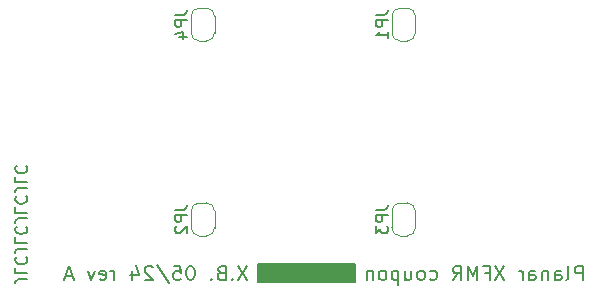
<source format=gbr>
%TF.GenerationSoftware,KiCad,Pcbnew,8.0.0*%
%TF.CreationDate,2024-05-13T09:11:22+02:00*%
%TF.ProjectId,Planar_XFMR,506c616e-6172-45f5-9846-4d522e6b6963,A*%
%TF.SameCoordinates,Original*%
%TF.FileFunction,Legend,Bot*%
%TF.FilePolarity,Positive*%
%FSLAX46Y46*%
G04 Gerber Fmt 4.6, Leading zero omitted, Abs format (unit mm)*
G04 Created by KiCad (PCBNEW 8.0.0) date 2024-05-13 09:11:22*
%MOMM*%
%LPD*%
G01*
G04 APERTURE LIST*
%ADD10C,0.150000*%
%ADD11C,0.200000*%
%ADD12C,0.120000*%
G04 APERTURE END LIST*
D10*
X128200000Y-76800000D02*
X136400000Y-76800000D01*
X136400000Y-78300000D01*
X128200000Y-78300000D01*
X128200000Y-76800000D01*
G36*
X128200000Y-76800000D02*
G01*
X136400000Y-76800000D01*
X136400000Y-78300000D01*
X128200000Y-78300000D01*
X128200000Y-76800000D01*
G37*
D11*
X108632780Y-78044612D02*
X107918495Y-78044612D01*
X107918495Y-78044612D02*
X107775638Y-78092231D01*
X107775638Y-78092231D02*
X107680400Y-78187469D01*
X107680400Y-78187469D02*
X107632780Y-78330326D01*
X107632780Y-78330326D02*
X107632780Y-78425564D01*
X107632780Y-77092231D02*
X107632780Y-77568421D01*
X107632780Y-77568421D02*
X108632780Y-77568421D01*
X107728019Y-76187469D02*
X107680400Y-76235088D01*
X107680400Y-76235088D02*
X107632780Y-76377945D01*
X107632780Y-76377945D02*
X107632780Y-76473183D01*
X107632780Y-76473183D02*
X107680400Y-76616040D01*
X107680400Y-76616040D02*
X107775638Y-76711278D01*
X107775638Y-76711278D02*
X107870876Y-76758897D01*
X107870876Y-76758897D02*
X108061352Y-76806516D01*
X108061352Y-76806516D02*
X108204209Y-76806516D01*
X108204209Y-76806516D02*
X108394685Y-76758897D01*
X108394685Y-76758897D02*
X108489923Y-76711278D01*
X108489923Y-76711278D02*
X108585161Y-76616040D01*
X108585161Y-76616040D02*
X108632780Y-76473183D01*
X108632780Y-76473183D02*
X108632780Y-76377945D01*
X108632780Y-76377945D02*
X108585161Y-76235088D01*
X108585161Y-76235088D02*
X108537542Y-76187469D01*
X108632780Y-75473183D02*
X107918495Y-75473183D01*
X107918495Y-75473183D02*
X107775638Y-75520802D01*
X107775638Y-75520802D02*
X107680400Y-75616040D01*
X107680400Y-75616040D02*
X107632780Y-75758897D01*
X107632780Y-75758897D02*
X107632780Y-75854135D01*
X107632780Y-74520802D02*
X107632780Y-74996992D01*
X107632780Y-74996992D02*
X108632780Y-74996992D01*
X107728019Y-73616040D02*
X107680400Y-73663659D01*
X107680400Y-73663659D02*
X107632780Y-73806516D01*
X107632780Y-73806516D02*
X107632780Y-73901754D01*
X107632780Y-73901754D02*
X107680400Y-74044611D01*
X107680400Y-74044611D02*
X107775638Y-74139849D01*
X107775638Y-74139849D02*
X107870876Y-74187468D01*
X107870876Y-74187468D02*
X108061352Y-74235087D01*
X108061352Y-74235087D02*
X108204209Y-74235087D01*
X108204209Y-74235087D02*
X108394685Y-74187468D01*
X108394685Y-74187468D02*
X108489923Y-74139849D01*
X108489923Y-74139849D02*
X108585161Y-74044611D01*
X108585161Y-74044611D02*
X108632780Y-73901754D01*
X108632780Y-73901754D02*
X108632780Y-73806516D01*
X108632780Y-73806516D02*
X108585161Y-73663659D01*
X108585161Y-73663659D02*
X108537542Y-73616040D01*
X108632780Y-72901754D02*
X107918495Y-72901754D01*
X107918495Y-72901754D02*
X107775638Y-72949373D01*
X107775638Y-72949373D02*
X107680400Y-73044611D01*
X107680400Y-73044611D02*
X107632780Y-73187468D01*
X107632780Y-73187468D02*
X107632780Y-73282706D01*
X107632780Y-71949373D02*
X107632780Y-72425563D01*
X107632780Y-72425563D02*
X108632780Y-72425563D01*
X107728019Y-71044611D02*
X107680400Y-71092230D01*
X107680400Y-71092230D02*
X107632780Y-71235087D01*
X107632780Y-71235087D02*
X107632780Y-71330325D01*
X107632780Y-71330325D02*
X107680400Y-71473182D01*
X107680400Y-71473182D02*
X107775638Y-71568420D01*
X107775638Y-71568420D02*
X107870876Y-71616039D01*
X107870876Y-71616039D02*
X108061352Y-71663658D01*
X108061352Y-71663658D02*
X108204209Y-71663658D01*
X108204209Y-71663658D02*
X108394685Y-71616039D01*
X108394685Y-71616039D02*
X108489923Y-71568420D01*
X108489923Y-71568420D02*
X108585161Y-71473182D01*
X108585161Y-71473182D02*
X108632780Y-71330325D01*
X108632780Y-71330325D02*
X108632780Y-71235087D01*
X108632780Y-71235087D02*
X108585161Y-71092230D01*
X108585161Y-71092230D02*
X108537542Y-71044611D01*
X108632780Y-70330325D02*
X107918495Y-70330325D01*
X107918495Y-70330325D02*
X107775638Y-70377944D01*
X107775638Y-70377944D02*
X107680400Y-70473182D01*
X107680400Y-70473182D02*
X107632780Y-70616039D01*
X107632780Y-70616039D02*
X107632780Y-70711277D01*
X107632780Y-69377944D02*
X107632780Y-69854134D01*
X107632780Y-69854134D02*
X108632780Y-69854134D01*
X107728019Y-68473182D02*
X107680400Y-68520801D01*
X107680400Y-68520801D02*
X107632780Y-68663658D01*
X107632780Y-68663658D02*
X107632780Y-68758896D01*
X107632780Y-68758896D02*
X107680400Y-68901753D01*
X107680400Y-68901753D02*
X107775638Y-68996991D01*
X107775638Y-68996991D02*
X107870876Y-69044610D01*
X107870876Y-69044610D02*
X108061352Y-69092229D01*
X108061352Y-69092229D02*
X108204209Y-69092229D01*
X108204209Y-69092229D02*
X108394685Y-69044610D01*
X108394685Y-69044610D02*
X108489923Y-68996991D01*
X108489923Y-68996991D02*
X108585161Y-68901753D01*
X108585161Y-68901753D02*
X108632780Y-68758896D01*
X108632780Y-68758896D02*
X108632780Y-68663658D01*
X108632780Y-68663658D02*
X108585161Y-68520801D01*
X108585161Y-68520801D02*
X108537542Y-68473182D01*
X155657142Y-78142742D02*
X155657142Y-76942742D01*
X155657142Y-76942742D02*
X155199999Y-76942742D01*
X155199999Y-76942742D02*
X155085714Y-76999885D01*
X155085714Y-76999885D02*
X155028571Y-77057028D01*
X155028571Y-77057028D02*
X154971428Y-77171314D01*
X154971428Y-77171314D02*
X154971428Y-77342742D01*
X154971428Y-77342742D02*
X155028571Y-77457028D01*
X155028571Y-77457028D02*
X155085714Y-77514171D01*
X155085714Y-77514171D02*
X155199999Y-77571314D01*
X155199999Y-77571314D02*
X155657142Y-77571314D01*
X154285714Y-78142742D02*
X154399999Y-78085600D01*
X154399999Y-78085600D02*
X154457142Y-77971314D01*
X154457142Y-77971314D02*
X154457142Y-76942742D01*
X153314286Y-78142742D02*
X153314286Y-77514171D01*
X153314286Y-77514171D02*
X153371428Y-77399885D01*
X153371428Y-77399885D02*
X153485714Y-77342742D01*
X153485714Y-77342742D02*
X153714286Y-77342742D01*
X153714286Y-77342742D02*
X153828571Y-77399885D01*
X153314286Y-78085600D02*
X153428571Y-78142742D01*
X153428571Y-78142742D02*
X153714286Y-78142742D01*
X153714286Y-78142742D02*
X153828571Y-78085600D01*
X153828571Y-78085600D02*
X153885714Y-77971314D01*
X153885714Y-77971314D02*
X153885714Y-77857028D01*
X153885714Y-77857028D02*
X153828571Y-77742742D01*
X153828571Y-77742742D02*
X153714286Y-77685600D01*
X153714286Y-77685600D02*
X153428571Y-77685600D01*
X153428571Y-77685600D02*
X153314286Y-77628457D01*
X152742857Y-77342742D02*
X152742857Y-78142742D01*
X152742857Y-77457028D02*
X152685714Y-77399885D01*
X152685714Y-77399885D02*
X152571429Y-77342742D01*
X152571429Y-77342742D02*
X152400000Y-77342742D01*
X152400000Y-77342742D02*
X152285714Y-77399885D01*
X152285714Y-77399885D02*
X152228572Y-77514171D01*
X152228572Y-77514171D02*
X152228572Y-78142742D01*
X151142858Y-78142742D02*
X151142858Y-77514171D01*
X151142858Y-77514171D02*
X151200000Y-77399885D01*
X151200000Y-77399885D02*
X151314286Y-77342742D01*
X151314286Y-77342742D02*
X151542858Y-77342742D01*
X151542858Y-77342742D02*
X151657143Y-77399885D01*
X151142858Y-78085600D02*
X151257143Y-78142742D01*
X151257143Y-78142742D02*
X151542858Y-78142742D01*
X151542858Y-78142742D02*
X151657143Y-78085600D01*
X151657143Y-78085600D02*
X151714286Y-77971314D01*
X151714286Y-77971314D02*
X151714286Y-77857028D01*
X151714286Y-77857028D02*
X151657143Y-77742742D01*
X151657143Y-77742742D02*
X151542858Y-77685600D01*
X151542858Y-77685600D02*
X151257143Y-77685600D01*
X151257143Y-77685600D02*
X151142858Y-77628457D01*
X150571429Y-78142742D02*
X150571429Y-77342742D01*
X150571429Y-77571314D02*
X150514286Y-77457028D01*
X150514286Y-77457028D02*
X150457144Y-77399885D01*
X150457144Y-77399885D02*
X150342858Y-77342742D01*
X150342858Y-77342742D02*
X150228572Y-77342742D01*
X149028572Y-76942742D02*
X148228572Y-78142742D01*
X148228572Y-76942742D02*
X149028572Y-78142742D01*
X147371429Y-77514171D02*
X147771429Y-77514171D01*
X147771429Y-78142742D02*
X147771429Y-76942742D01*
X147771429Y-76942742D02*
X147200001Y-76942742D01*
X146742858Y-78142742D02*
X146742858Y-76942742D01*
X146742858Y-76942742D02*
X146342858Y-77799885D01*
X146342858Y-77799885D02*
X145942858Y-76942742D01*
X145942858Y-76942742D02*
X145942858Y-78142742D01*
X144685715Y-78142742D02*
X145085715Y-77571314D01*
X145371429Y-78142742D02*
X145371429Y-76942742D01*
X145371429Y-76942742D02*
X144914286Y-76942742D01*
X144914286Y-76942742D02*
X144800001Y-76999885D01*
X144800001Y-76999885D02*
X144742858Y-77057028D01*
X144742858Y-77057028D02*
X144685715Y-77171314D01*
X144685715Y-77171314D02*
X144685715Y-77342742D01*
X144685715Y-77342742D02*
X144742858Y-77457028D01*
X144742858Y-77457028D02*
X144800001Y-77514171D01*
X144800001Y-77514171D02*
X144914286Y-77571314D01*
X144914286Y-77571314D02*
X145371429Y-77571314D01*
X142742858Y-78085600D02*
X142857143Y-78142742D01*
X142857143Y-78142742D02*
X143085715Y-78142742D01*
X143085715Y-78142742D02*
X143200000Y-78085600D01*
X143200000Y-78085600D02*
X143257143Y-78028457D01*
X143257143Y-78028457D02*
X143314286Y-77914171D01*
X143314286Y-77914171D02*
X143314286Y-77571314D01*
X143314286Y-77571314D02*
X143257143Y-77457028D01*
X143257143Y-77457028D02*
X143200000Y-77399885D01*
X143200000Y-77399885D02*
X143085715Y-77342742D01*
X143085715Y-77342742D02*
X142857143Y-77342742D01*
X142857143Y-77342742D02*
X142742858Y-77399885D01*
X142057144Y-78142742D02*
X142171429Y-78085600D01*
X142171429Y-78085600D02*
X142228572Y-78028457D01*
X142228572Y-78028457D02*
X142285715Y-77914171D01*
X142285715Y-77914171D02*
X142285715Y-77571314D01*
X142285715Y-77571314D02*
X142228572Y-77457028D01*
X142228572Y-77457028D02*
X142171429Y-77399885D01*
X142171429Y-77399885D02*
X142057144Y-77342742D01*
X142057144Y-77342742D02*
X141885715Y-77342742D01*
X141885715Y-77342742D02*
X141771429Y-77399885D01*
X141771429Y-77399885D02*
X141714287Y-77457028D01*
X141714287Y-77457028D02*
X141657144Y-77571314D01*
X141657144Y-77571314D02*
X141657144Y-77914171D01*
X141657144Y-77914171D02*
X141714287Y-78028457D01*
X141714287Y-78028457D02*
X141771429Y-78085600D01*
X141771429Y-78085600D02*
X141885715Y-78142742D01*
X141885715Y-78142742D02*
X142057144Y-78142742D01*
X140628573Y-77342742D02*
X140628573Y-78142742D01*
X141142858Y-77342742D02*
X141142858Y-77971314D01*
X141142858Y-77971314D02*
X141085715Y-78085600D01*
X141085715Y-78085600D02*
X140971430Y-78142742D01*
X140971430Y-78142742D02*
X140800001Y-78142742D01*
X140800001Y-78142742D02*
X140685715Y-78085600D01*
X140685715Y-78085600D02*
X140628573Y-78028457D01*
X140057144Y-77342742D02*
X140057144Y-78542742D01*
X140057144Y-77399885D02*
X139942859Y-77342742D01*
X139942859Y-77342742D02*
X139714287Y-77342742D01*
X139714287Y-77342742D02*
X139600001Y-77399885D01*
X139600001Y-77399885D02*
X139542859Y-77457028D01*
X139542859Y-77457028D02*
X139485716Y-77571314D01*
X139485716Y-77571314D02*
X139485716Y-77914171D01*
X139485716Y-77914171D02*
X139542859Y-78028457D01*
X139542859Y-78028457D02*
X139600001Y-78085600D01*
X139600001Y-78085600D02*
X139714287Y-78142742D01*
X139714287Y-78142742D02*
X139942859Y-78142742D01*
X139942859Y-78142742D02*
X140057144Y-78085600D01*
X138800002Y-78142742D02*
X138914287Y-78085600D01*
X138914287Y-78085600D02*
X138971430Y-78028457D01*
X138971430Y-78028457D02*
X139028573Y-77914171D01*
X139028573Y-77914171D02*
X139028573Y-77571314D01*
X139028573Y-77571314D02*
X138971430Y-77457028D01*
X138971430Y-77457028D02*
X138914287Y-77399885D01*
X138914287Y-77399885D02*
X138800002Y-77342742D01*
X138800002Y-77342742D02*
X138628573Y-77342742D01*
X138628573Y-77342742D02*
X138514287Y-77399885D01*
X138514287Y-77399885D02*
X138457145Y-77457028D01*
X138457145Y-77457028D02*
X138400002Y-77571314D01*
X138400002Y-77571314D02*
X138400002Y-77914171D01*
X138400002Y-77914171D02*
X138457145Y-78028457D01*
X138457145Y-78028457D02*
X138514287Y-78085600D01*
X138514287Y-78085600D02*
X138628573Y-78142742D01*
X138628573Y-78142742D02*
X138800002Y-78142742D01*
X137885716Y-77342742D02*
X137885716Y-78142742D01*
X137885716Y-77457028D02*
X137828573Y-77399885D01*
X137828573Y-77399885D02*
X137714288Y-77342742D01*
X137714288Y-77342742D02*
X137542859Y-77342742D01*
X137542859Y-77342742D02*
X137428573Y-77399885D01*
X137428573Y-77399885D02*
X137371431Y-77514171D01*
X137371431Y-77514171D02*
X137371431Y-78142742D01*
X127257143Y-76942742D02*
X126457143Y-78142742D01*
X126457143Y-76942742D02*
X127257143Y-78142742D01*
X126000000Y-78028457D02*
X125942857Y-78085600D01*
X125942857Y-78085600D02*
X126000000Y-78142742D01*
X126000000Y-78142742D02*
X126057143Y-78085600D01*
X126057143Y-78085600D02*
X126000000Y-78028457D01*
X126000000Y-78028457D02*
X126000000Y-78142742D01*
X125028571Y-77514171D02*
X124857143Y-77571314D01*
X124857143Y-77571314D02*
X124800000Y-77628457D01*
X124800000Y-77628457D02*
X124742857Y-77742742D01*
X124742857Y-77742742D02*
X124742857Y-77914171D01*
X124742857Y-77914171D02*
X124800000Y-78028457D01*
X124800000Y-78028457D02*
X124857143Y-78085600D01*
X124857143Y-78085600D02*
X124971428Y-78142742D01*
X124971428Y-78142742D02*
X125428571Y-78142742D01*
X125428571Y-78142742D02*
X125428571Y-76942742D01*
X125428571Y-76942742D02*
X125028571Y-76942742D01*
X125028571Y-76942742D02*
X124914286Y-76999885D01*
X124914286Y-76999885D02*
X124857143Y-77057028D01*
X124857143Y-77057028D02*
X124800000Y-77171314D01*
X124800000Y-77171314D02*
X124800000Y-77285600D01*
X124800000Y-77285600D02*
X124857143Y-77399885D01*
X124857143Y-77399885D02*
X124914286Y-77457028D01*
X124914286Y-77457028D02*
X125028571Y-77514171D01*
X125028571Y-77514171D02*
X125428571Y-77514171D01*
X124228571Y-78028457D02*
X124171428Y-78085600D01*
X124171428Y-78085600D02*
X124228571Y-78142742D01*
X124228571Y-78142742D02*
X124285714Y-78085600D01*
X124285714Y-78085600D02*
X124228571Y-78028457D01*
X124228571Y-78028457D02*
X124228571Y-78142742D01*
X122514285Y-76942742D02*
X122399999Y-76942742D01*
X122399999Y-76942742D02*
X122285713Y-76999885D01*
X122285713Y-76999885D02*
X122228571Y-77057028D01*
X122228571Y-77057028D02*
X122171428Y-77171314D01*
X122171428Y-77171314D02*
X122114285Y-77399885D01*
X122114285Y-77399885D02*
X122114285Y-77685600D01*
X122114285Y-77685600D02*
X122171428Y-77914171D01*
X122171428Y-77914171D02*
X122228571Y-78028457D01*
X122228571Y-78028457D02*
X122285713Y-78085600D01*
X122285713Y-78085600D02*
X122399999Y-78142742D01*
X122399999Y-78142742D02*
X122514285Y-78142742D01*
X122514285Y-78142742D02*
X122628571Y-78085600D01*
X122628571Y-78085600D02*
X122685713Y-78028457D01*
X122685713Y-78028457D02*
X122742856Y-77914171D01*
X122742856Y-77914171D02*
X122799999Y-77685600D01*
X122799999Y-77685600D02*
X122799999Y-77399885D01*
X122799999Y-77399885D02*
X122742856Y-77171314D01*
X122742856Y-77171314D02*
X122685713Y-77057028D01*
X122685713Y-77057028D02*
X122628571Y-76999885D01*
X122628571Y-76999885D02*
X122514285Y-76942742D01*
X121028571Y-76942742D02*
X121599999Y-76942742D01*
X121599999Y-76942742D02*
X121657142Y-77514171D01*
X121657142Y-77514171D02*
X121599999Y-77457028D01*
X121599999Y-77457028D02*
X121485714Y-77399885D01*
X121485714Y-77399885D02*
X121199999Y-77399885D01*
X121199999Y-77399885D02*
X121085714Y-77457028D01*
X121085714Y-77457028D02*
X121028571Y-77514171D01*
X121028571Y-77514171D02*
X120971428Y-77628457D01*
X120971428Y-77628457D02*
X120971428Y-77914171D01*
X120971428Y-77914171D02*
X121028571Y-78028457D01*
X121028571Y-78028457D02*
X121085714Y-78085600D01*
X121085714Y-78085600D02*
X121199999Y-78142742D01*
X121199999Y-78142742D02*
X121485714Y-78142742D01*
X121485714Y-78142742D02*
X121599999Y-78085600D01*
X121599999Y-78085600D02*
X121657142Y-78028457D01*
X119599999Y-76885600D02*
X120628571Y-78428457D01*
X119257142Y-77057028D02*
X119199999Y-76999885D01*
X119199999Y-76999885D02*
X119085714Y-76942742D01*
X119085714Y-76942742D02*
X118799999Y-76942742D01*
X118799999Y-76942742D02*
X118685714Y-76999885D01*
X118685714Y-76999885D02*
X118628571Y-77057028D01*
X118628571Y-77057028D02*
X118571428Y-77171314D01*
X118571428Y-77171314D02*
X118571428Y-77285600D01*
X118571428Y-77285600D02*
X118628571Y-77457028D01*
X118628571Y-77457028D02*
X119314285Y-78142742D01*
X119314285Y-78142742D02*
X118571428Y-78142742D01*
X117542857Y-77342742D02*
X117542857Y-78142742D01*
X117828571Y-76885600D02*
X118114285Y-77742742D01*
X118114285Y-77742742D02*
X117371428Y-77742742D01*
X115999999Y-78142742D02*
X115999999Y-77342742D01*
X115999999Y-77571314D02*
X115942856Y-77457028D01*
X115942856Y-77457028D02*
X115885714Y-77399885D01*
X115885714Y-77399885D02*
X115771428Y-77342742D01*
X115771428Y-77342742D02*
X115657142Y-77342742D01*
X114799999Y-78085600D02*
X114914285Y-78142742D01*
X114914285Y-78142742D02*
X115142857Y-78142742D01*
X115142857Y-78142742D02*
X115257142Y-78085600D01*
X115257142Y-78085600D02*
X115314285Y-77971314D01*
X115314285Y-77971314D02*
X115314285Y-77514171D01*
X115314285Y-77514171D02*
X115257142Y-77399885D01*
X115257142Y-77399885D02*
X115142857Y-77342742D01*
X115142857Y-77342742D02*
X114914285Y-77342742D01*
X114914285Y-77342742D02*
X114799999Y-77399885D01*
X114799999Y-77399885D02*
X114742857Y-77514171D01*
X114742857Y-77514171D02*
X114742857Y-77628457D01*
X114742857Y-77628457D02*
X115314285Y-77742742D01*
X114342857Y-77342742D02*
X114057143Y-78142742D01*
X114057143Y-78142742D02*
X113771428Y-77342742D01*
X112457142Y-77799885D02*
X111885714Y-77799885D01*
X112571428Y-78142742D02*
X112171428Y-76942742D01*
X112171428Y-76942742D02*
X111771428Y-78142742D01*
D10*
X121154819Y-55666666D02*
X121869104Y-55666666D01*
X121869104Y-55666666D02*
X122011961Y-55619047D01*
X122011961Y-55619047D02*
X122107200Y-55523809D01*
X122107200Y-55523809D02*
X122154819Y-55380952D01*
X122154819Y-55380952D02*
X122154819Y-55285714D01*
X122154819Y-56142857D02*
X121154819Y-56142857D01*
X121154819Y-56142857D02*
X121154819Y-56523809D01*
X121154819Y-56523809D02*
X121202438Y-56619047D01*
X121202438Y-56619047D02*
X121250057Y-56666666D01*
X121250057Y-56666666D02*
X121345295Y-56714285D01*
X121345295Y-56714285D02*
X121488152Y-56714285D01*
X121488152Y-56714285D02*
X121583390Y-56666666D01*
X121583390Y-56666666D02*
X121631009Y-56619047D01*
X121631009Y-56619047D02*
X121678628Y-56523809D01*
X121678628Y-56523809D02*
X121678628Y-56142857D01*
X121488152Y-57571428D02*
X122154819Y-57571428D01*
X121107200Y-57333333D02*
X121821485Y-57095238D01*
X121821485Y-57095238D02*
X121821485Y-57714285D01*
X138154819Y-72166666D02*
X138869104Y-72166666D01*
X138869104Y-72166666D02*
X139011961Y-72119047D01*
X139011961Y-72119047D02*
X139107200Y-72023809D01*
X139107200Y-72023809D02*
X139154819Y-71880952D01*
X139154819Y-71880952D02*
X139154819Y-71785714D01*
X139154819Y-72642857D02*
X138154819Y-72642857D01*
X138154819Y-72642857D02*
X138154819Y-73023809D01*
X138154819Y-73023809D02*
X138202438Y-73119047D01*
X138202438Y-73119047D02*
X138250057Y-73166666D01*
X138250057Y-73166666D02*
X138345295Y-73214285D01*
X138345295Y-73214285D02*
X138488152Y-73214285D01*
X138488152Y-73214285D02*
X138583390Y-73166666D01*
X138583390Y-73166666D02*
X138631009Y-73119047D01*
X138631009Y-73119047D02*
X138678628Y-73023809D01*
X138678628Y-73023809D02*
X138678628Y-72642857D01*
X138154819Y-73547619D02*
X138154819Y-74166666D01*
X138154819Y-74166666D02*
X138535771Y-73833333D01*
X138535771Y-73833333D02*
X138535771Y-73976190D01*
X138535771Y-73976190D02*
X138583390Y-74071428D01*
X138583390Y-74071428D02*
X138631009Y-74119047D01*
X138631009Y-74119047D02*
X138726247Y-74166666D01*
X138726247Y-74166666D02*
X138964342Y-74166666D01*
X138964342Y-74166666D02*
X139059580Y-74119047D01*
X139059580Y-74119047D02*
X139107200Y-74071428D01*
X139107200Y-74071428D02*
X139154819Y-73976190D01*
X139154819Y-73976190D02*
X139154819Y-73690476D01*
X139154819Y-73690476D02*
X139107200Y-73595238D01*
X139107200Y-73595238D02*
X139059580Y-73547619D01*
X121154819Y-72166666D02*
X121869104Y-72166666D01*
X121869104Y-72166666D02*
X122011961Y-72119047D01*
X122011961Y-72119047D02*
X122107200Y-72023809D01*
X122107200Y-72023809D02*
X122154819Y-71880952D01*
X122154819Y-71880952D02*
X122154819Y-71785714D01*
X122154819Y-72642857D02*
X121154819Y-72642857D01*
X121154819Y-72642857D02*
X121154819Y-73023809D01*
X121154819Y-73023809D02*
X121202438Y-73119047D01*
X121202438Y-73119047D02*
X121250057Y-73166666D01*
X121250057Y-73166666D02*
X121345295Y-73214285D01*
X121345295Y-73214285D02*
X121488152Y-73214285D01*
X121488152Y-73214285D02*
X121583390Y-73166666D01*
X121583390Y-73166666D02*
X121631009Y-73119047D01*
X121631009Y-73119047D02*
X121678628Y-73023809D01*
X121678628Y-73023809D02*
X121678628Y-72642857D01*
X121250057Y-73595238D02*
X121202438Y-73642857D01*
X121202438Y-73642857D02*
X121154819Y-73738095D01*
X121154819Y-73738095D02*
X121154819Y-73976190D01*
X121154819Y-73976190D02*
X121202438Y-74071428D01*
X121202438Y-74071428D02*
X121250057Y-74119047D01*
X121250057Y-74119047D02*
X121345295Y-74166666D01*
X121345295Y-74166666D02*
X121440533Y-74166666D01*
X121440533Y-74166666D02*
X121583390Y-74119047D01*
X121583390Y-74119047D02*
X122154819Y-73547619D01*
X122154819Y-73547619D02*
X122154819Y-74166666D01*
X138154819Y-55666666D02*
X138869104Y-55666666D01*
X138869104Y-55666666D02*
X139011961Y-55619047D01*
X139011961Y-55619047D02*
X139107200Y-55523809D01*
X139107200Y-55523809D02*
X139154819Y-55380952D01*
X139154819Y-55380952D02*
X139154819Y-55285714D01*
X139154819Y-56142857D02*
X138154819Y-56142857D01*
X138154819Y-56142857D02*
X138154819Y-56523809D01*
X138154819Y-56523809D02*
X138202438Y-56619047D01*
X138202438Y-56619047D02*
X138250057Y-56666666D01*
X138250057Y-56666666D02*
X138345295Y-56714285D01*
X138345295Y-56714285D02*
X138488152Y-56714285D01*
X138488152Y-56714285D02*
X138583390Y-56666666D01*
X138583390Y-56666666D02*
X138631009Y-56619047D01*
X138631009Y-56619047D02*
X138678628Y-56523809D01*
X138678628Y-56523809D02*
X138678628Y-56142857D01*
X139154819Y-57666666D02*
X139154819Y-57095238D01*
X139154819Y-57380952D02*
X138154819Y-57380952D01*
X138154819Y-57380952D02*
X138297676Y-57285714D01*
X138297676Y-57285714D02*
X138392914Y-57190476D01*
X138392914Y-57190476D02*
X138440533Y-57095238D01*
D12*
%TO.C,JP4*%
X123200000Y-55100000D02*
X123800000Y-55100000D01*
X122500000Y-57200000D02*
X122500000Y-55800000D01*
X124500000Y-55800000D02*
X124500000Y-57200000D01*
X123800000Y-57900000D02*
X123200000Y-57900000D01*
X122500000Y-55800000D02*
G75*
G02*
X123200000Y-55100000I699999J1D01*
G01*
X123800000Y-55100000D02*
G75*
G02*
X124500000Y-55800000I1J-699999D01*
G01*
X123200000Y-57900000D02*
G75*
G02*
X122500000Y-57200000I0J700000D01*
G01*
X124500000Y-57200000D02*
G75*
G02*
X123800000Y-57900000I-700000J0D01*
G01*
%TO.C,JP3*%
X140200000Y-71600000D02*
X140800000Y-71600000D01*
X139500000Y-73700000D02*
X139500000Y-72300000D01*
X141500000Y-72300000D02*
X141500000Y-73700000D01*
X140800000Y-74400000D02*
X140200000Y-74400000D01*
X139500000Y-72300000D02*
G75*
G02*
X140200000Y-71600000I699999J1D01*
G01*
X140800000Y-71600000D02*
G75*
G02*
X141500000Y-72300000I1J-699999D01*
G01*
X140200000Y-74400000D02*
G75*
G02*
X139500000Y-73700000I0J700000D01*
G01*
X141500000Y-73700000D02*
G75*
G02*
X140800000Y-74400000I-700000J0D01*
G01*
%TO.C,JP2*%
X123200000Y-71600000D02*
X123800000Y-71600000D01*
X122500000Y-73700000D02*
X122500000Y-72300000D01*
X124500000Y-72300000D02*
X124500000Y-73700000D01*
X123800000Y-74400000D02*
X123200000Y-74400000D01*
X122500000Y-72300000D02*
G75*
G02*
X123200000Y-71600000I699999J1D01*
G01*
X123800000Y-71600000D02*
G75*
G02*
X124500000Y-72300000I1J-699999D01*
G01*
X123200000Y-74400000D02*
G75*
G02*
X122500000Y-73700000I0J700000D01*
G01*
X124500000Y-73700000D02*
G75*
G02*
X123800000Y-74400000I-700000J0D01*
G01*
%TO.C,JP1*%
X140200000Y-55100000D02*
X140800000Y-55100000D01*
X139500000Y-57200000D02*
X139500000Y-55800000D01*
X141500000Y-55800000D02*
X141500000Y-57200000D01*
X140800000Y-57900000D02*
X140200000Y-57900000D01*
X139500000Y-55800000D02*
G75*
G02*
X140200000Y-55100000I699999J1D01*
G01*
X140800000Y-55100000D02*
G75*
G02*
X141500000Y-55800000I1J-699999D01*
G01*
X140200000Y-57900000D02*
G75*
G02*
X139500000Y-57200000I0J700000D01*
G01*
X141500000Y-57200000D02*
G75*
G02*
X140800000Y-57900000I-700000J0D01*
G01*
%TD*%
M02*

</source>
